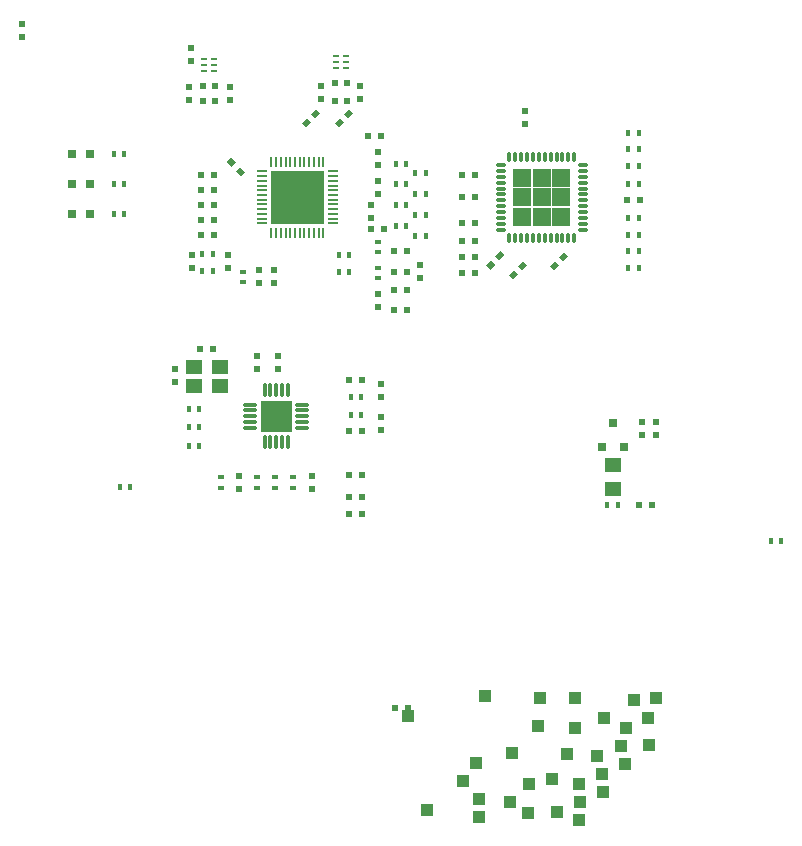
<source format=gtp>
G04 #@! TF.FileFunction,Paste,Top*
%FSLAX46Y46*%
G04 Gerber Fmt 4.6, Leading zero omitted, Abs format (unit mm)*
G04 Created by KiCad (PCBNEW 4.0.0-rc1-stable) date 05/07/2016 17:06:47*
%MOMM*%
G01*
G04 APERTURE LIST*
%ADD10C,0.100000*%
%ADD11R,0.500000X0.600000*%
%ADD12R,0.600000X0.500000*%
%ADD13R,0.800100X0.800100*%
%ADD14R,0.551180X0.248920*%
%ADD15O,0.245000X0.870000*%
%ADD16O,0.870000X0.245000*%
%ADD17R,1.500000X1.500000*%
%ADD18O,0.280000X0.900000*%
%ADD19O,0.900000X0.280000*%
%ADD20R,1.650000X1.650000*%
%ADD21R,1.399540X1.198880*%
%ADD22R,1.440180X1.150620*%
%ADD23O,1.200000X0.320000*%
%ADD24O,0.320000X1.200000*%
%ADD25R,1.320000X1.320000*%
%ADD26R,0.508000X0.558800*%
%ADD27R,0.400000X0.600000*%
%ADD28R,0.600000X0.400000*%
%ADD29R,0.797560X0.797560*%
%ADD30R,1.000000X1.000000*%
G04 APERTURE END LIST*
D10*
D11*
X50038000Y-76623000D03*
X50038000Y-75523000D03*
D12*
X54250500Y-87630000D03*
X55350500Y-87630000D03*
D13*
X73804000Y-106064760D03*
X75704000Y-106064760D03*
X74754000Y-104065780D03*
D14*
X51264820Y-73032620D03*
X51264820Y-73533000D03*
X51264820Y-74033380D03*
X52113180Y-74033380D03*
X52113180Y-73533000D03*
X52113180Y-73032620D03*
X40088820Y-73286620D03*
X40088820Y-73787000D03*
X40088820Y-74287380D03*
X40937180Y-74287380D03*
X40937180Y-73787000D03*
X40937180Y-73286620D03*
D15*
X50206000Y-81963000D03*
X49806000Y-81963000D03*
X49406000Y-81963000D03*
X49006000Y-81963000D03*
X48606000Y-81963000D03*
X48206000Y-81963000D03*
X47806000Y-81963000D03*
X47406000Y-81963000D03*
X47006000Y-81963000D03*
X46606000Y-81963000D03*
X46206000Y-81963000D03*
X45806000Y-81963000D03*
D16*
X45006000Y-82763000D03*
X45006000Y-83163000D03*
X45006000Y-83563000D03*
X45006000Y-83963000D03*
X45006000Y-84363000D03*
X45006000Y-84763000D03*
X45006000Y-85163000D03*
X45006000Y-85563000D03*
X45006000Y-85963000D03*
X45006000Y-86363000D03*
X45006000Y-86763000D03*
X45006000Y-87163000D03*
D15*
X45806000Y-87963000D03*
X46206000Y-87963000D03*
X46606000Y-87963000D03*
X47006000Y-87963000D03*
X47406000Y-87963000D03*
X47806000Y-87963000D03*
X48206000Y-87963000D03*
X48606000Y-87963000D03*
X49006000Y-87963000D03*
X49406000Y-87963000D03*
X49806000Y-87963000D03*
X50206000Y-87963000D03*
D16*
X51006000Y-87163000D03*
X51006000Y-86763000D03*
X51006000Y-86363000D03*
X51006000Y-85963000D03*
X51006000Y-85563000D03*
X51006000Y-85163000D03*
X51006000Y-84763000D03*
X51006000Y-84363000D03*
X51006000Y-83963000D03*
X51006000Y-83563000D03*
X51006000Y-83163000D03*
X51006000Y-82763000D03*
D17*
X49506000Y-83463000D03*
X49506000Y-84963000D03*
X49506000Y-86463000D03*
X48006000Y-83463000D03*
X48006000Y-84963000D03*
X48006000Y-86463000D03*
X46506000Y-83463000D03*
X46506000Y-84963000D03*
X46506000Y-86463000D03*
D18*
X65957000Y-88413000D03*
X66457000Y-88413000D03*
X66957000Y-88413000D03*
X67457000Y-88413000D03*
X67957000Y-88413000D03*
X68457000Y-88413000D03*
X68957000Y-88413000D03*
X69457000Y-88413000D03*
X69957000Y-88413000D03*
X70457000Y-88413000D03*
X70957000Y-88413000D03*
X71457000Y-88413000D03*
D19*
X72157000Y-87713000D03*
X72157000Y-87213000D03*
X72157000Y-86713000D03*
X72157000Y-86213000D03*
X72157000Y-85713000D03*
X72157000Y-85213000D03*
X72157000Y-84713000D03*
X72157000Y-84213000D03*
X72157000Y-83713000D03*
X72157000Y-83213000D03*
X72157000Y-82713000D03*
X72157000Y-82213000D03*
D18*
X71457000Y-81513000D03*
X70957000Y-81513000D03*
X70457000Y-81513000D03*
X69957000Y-81513000D03*
X69457000Y-81513000D03*
X68957000Y-81513000D03*
X68457000Y-81513000D03*
X67957000Y-81513000D03*
X67457000Y-81513000D03*
X66957000Y-81513000D03*
X66457000Y-81513000D03*
X65957000Y-81513000D03*
D19*
X65257000Y-82213000D03*
X65257000Y-82713000D03*
X65257000Y-83213000D03*
X65257000Y-83713000D03*
X65257000Y-84213000D03*
X65257000Y-84713000D03*
X65257000Y-85213000D03*
X65257000Y-85713000D03*
X65257000Y-86213000D03*
X65257000Y-86713000D03*
X65257000Y-87213000D03*
X65257000Y-87713000D03*
D20*
X67057000Y-86613000D03*
X67057000Y-84963000D03*
X67057000Y-83313000D03*
X68707000Y-86613000D03*
X68707000Y-84963000D03*
X68707000Y-83313000D03*
X70357000Y-86613000D03*
X70357000Y-84963000D03*
X70357000Y-83313000D03*
D21*
X39222680Y-100939600D03*
X41422320Y-99339400D03*
X41422320Y-100939600D03*
X39222680Y-99339400D03*
D22*
X74724000Y-109630000D03*
X74724000Y-107598000D03*
D23*
X44028000Y-102505000D03*
X44028000Y-103005000D03*
X44028000Y-103505000D03*
X44028000Y-104005000D03*
X44028000Y-104505000D03*
D24*
X45228000Y-105705000D03*
X45728000Y-105705000D03*
X46228000Y-105705000D03*
X46728000Y-105705000D03*
X47228000Y-105705000D03*
D23*
X48428000Y-104505000D03*
X48428000Y-104005000D03*
X48428000Y-103505000D03*
X48428000Y-103005000D03*
X48428000Y-102505000D03*
D24*
X47228000Y-101305000D03*
X46728000Y-101305000D03*
X46228000Y-101305000D03*
X45728000Y-101305000D03*
X45228000Y-101305000D03*
D25*
X45568000Y-102845000D03*
X46888000Y-102845000D03*
X45568000Y-104165000D03*
X46888000Y-104165000D03*
D26*
X51155600Y-75311000D03*
X52222400Y-75311000D03*
X51155600Y-76835000D03*
X52222400Y-76835000D03*
X39979600Y-75565000D03*
X41046400Y-75565000D03*
X39979600Y-76835000D03*
X41046400Y-76835000D03*
D10*
G36*
X43576818Y-82783764D02*
X43223264Y-83137318D01*
X42799000Y-82713054D01*
X43152554Y-82359500D01*
X43576818Y-82783764D01*
X43576818Y-82783764D01*
G37*
G36*
X42799000Y-82005946D02*
X42445446Y-82359500D01*
X42021182Y-81935236D01*
X42374736Y-81581682D01*
X42799000Y-82005946D01*
X42799000Y-82005946D01*
G37*
G36*
X48724736Y-79009818D02*
X48371182Y-78656264D01*
X48795446Y-78232000D01*
X49149000Y-78585554D01*
X48724736Y-79009818D01*
X48724736Y-79009818D01*
G37*
G36*
X49502554Y-78232000D02*
X49149000Y-77878446D01*
X49573264Y-77454182D01*
X49926818Y-77807736D01*
X49502554Y-78232000D01*
X49502554Y-78232000D01*
G37*
G36*
X51518736Y-79009818D02*
X51165182Y-78656264D01*
X51589446Y-78232000D01*
X51943000Y-78585554D01*
X51518736Y-79009818D01*
X51518736Y-79009818D01*
G37*
G36*
X52296554Y-78232000D02*
X51943000Y-77878446D01*
X52367264Y-77454182D01*
X52720818Y-77807736D01*
X52296554Y-78232000D01*
X52296554Y-78232000D01*
G37*
G36*
X67099264Y-90344682D02*
X67452818Y-90698236D01*
X67028554Y-91122500D01*
X66675000Y-90768946D01*
X67099264Y-90344682D01*
X67099264Y-90344682D01*
G37*
G36*
X66321446Y-91122500D02*
X66675000Y-91476054D01*
X66250736Y-91900318D01*
X65897182Y-91546764D01*
X66321446Y-91122500D01*
X66321446Y-91122500D01*
G37*
D12*
X40936000Y-88138000D03*
X39836000Y-88138000D03*
X40936000Y-86868000D03*
X39836000Y-86868000D03*
D11*
X46037500Y-91144000D03*
X46037500Y-92244000D03*
D10*
G36*
X70591764Y-89582682D02*
X70945318Y-89936236D01*
X70521054Y-90360500D01*
X70167500Y-90006946D01*
X70591764Y-89582682D01*
X70591764Y-89582682D01*
G37*
G36*
X69813946Y-90360500D02*
X70167500Y-90714054D01*
X69743236Y-91138318D01*
X69389682Y-90784764D01*
X69813946Y-90360500D01*
X69813946Y-90360500D01*
G37*
D12*
X63034000Y-83058000D03*
X61934000Y-83058000D03*
X40936000Y-85598000D03*
X39836000Y-85598000D03*
X63034000Y-84963000D03*
X61934000Y-84963000D03*
X53996500Y-79756000D03*
X55096500Y-79756000D03*
X63034000Y-87122000D03*
X61934000Y-87122000D03*
X52409000Y-104775000D03*
X53509000Y-104775000D03*
D11*
X67246500Y-78718500D03*
X67246500Y-77618500D03*
X78359000Y-105071000D03*
X78359000Y-103971000D03*
X54864000Y-81111000D03*
X54864000Y-82211000D03*
X54864000Y-83587500D03*
X54864000Y-84687500D03*
D12*
X63034000Y-88646000D03*
X61934000Y-88646000D03*
X63034000Y-90043000D03*
X61934000Y-90043000D03*
X76920000Y-110998000D03*
X78020000Y-110998000D03*
D11*
X53340000Y-76623000D03*
X53340000Y-75523000D03*
D12*
X63034000Y-91376500D03*
X61934000Y-91376500D03*
D11*
X58356500Y-90699500D03*
X58356500Y-91799500D03*
X54864000Y-93176000D03*
X54864000Y-94276000D03*
X42291000Y-76750000D03*
X42291000Y-75650000D03*
X44767500Y-91144000D03*
X44767500Y-92244000D03*
D12*
X56219000Y-94488000D03*
X57319000Y-94488000D03*
X56219000Y-92837000D03*
X57319000Y-92837000D03*
X56219000Y-91249500D03*
X57319000Y-91249500D03*
X56219000Y-89471500D03*
X57319000Y-89471500D03*
D11*
X38862000Y-76750000D03*
X38862000Y-75650000D03*
X42164000Y-90974000D03*
X42164000Y-89874000D03*
X44577000Y-99483000D03*
X44577000Y-98383000D03*
D10*
G36*
X65194264Y-89519182D02*
X65547818Y-89872736D01*
X65123554Y-90297000D01*
X64770000Y-89943446D01*
X65194264Y-89519182D01*
X65194264Y-89519182D01*
G37*
G36*
X64416446Y-90297000D02*
X64770000Y-90650554D01*
X64345736Y-91074818D01*
X63992182Y-90721264D01*
X64416446Y-90297000D01*
X64416446Y-90297000D01*
G37*
D11*
X37655500Y-99526000D03*
X37655500Y-100626000D03*
D12*
X39772500Y-97790000D03*
X40872500Y-97790000D03*
X39836000Y-83058000D03*
X40936000Y-83058000D03*
D11*
X39052500Y-90974000D03*
X39052500Y-89874000D03*
X24701500Y-71352500D03*
X24701500Y-70252500D03*
D12*
X40936000Y-84328000D03*
X39836000Y-84328000D03*
D11*
X55118000Y-101896000D03*
X55118000Y-100796000D03*
X55118000Y-103526500D03*
X55118000Y-104626500D03*
D12*
X52409000Y-108458000D03*
X53509000Y-108458000D03*
X52409000Y-111760000D03*
X53509000Y-111760000D03*
X52409000Y-100393500D03*
X53509000Y-100393500D03*
D11*
X77216000Y-105071000D03*
X77216000Y-103971000D03*
X46355000Y-99483000D03*
X46355000Y-98383000D03*
X49276000Y-108543000D03*
X49276000Y-109643000D03*
X43053000Y-109643000D03*
X43053000Y-108543000D03*
D12*
X53509000Y-110363000D03*
X52409000Y-110363000D03*
D27*
X75154000Y-111034000D03*
X74254000Y-111034000D03*
X58870000Y-82931000D03*
X57970000Y-82931000D03*
X58870000Y-84709000D03*
X57970000Y-84709000D03*
X58870000Y-86487000D03*
X57970000Y-86487000D03*
X58870000Y-88265000D03*
X57970000Y-88265000D03*
X56319000Y-87376000D03*
X57219000Y-87376000D03*
X56319000Y-85598000D03*
X57219000Y-85598000D03*
X56319000Y-83820000D03*
X57219000Y-83820000D03*
X56319000Y-82105500D03*
X57219000Y-82105500D03*
D28*
X54864000Y-89604000D03*
X54864000Y-88704000D03*
X54864000Y-91826500D03*
X54864000Y-90926500D03*
D27*
X52393000Y-89852500D03*
X51493000Y-89852500D03*
X52393000Y-91249500D03*
X51493000Y-91249500D03*
D28*
X43434000Y-92144000D03*
X43434000Y-91244000D03*
D27*
X40830500Y-89725500D03*
X39930500Y-89725500D03*
X40836000Y-91186000D03*
X39936000Y-91186000D03*
X38793000Y-106045000D03*
X39693000Y-106045000D03*
X38793000Y-104394000D03*
X39693000Y-104394000D03*
X38793000Y-102870000D03*
X39693000Y-102870000D03*
X53409000Y-101854000D03*
X52509000Y-101854000D03*
X53409000Y-103378000D03*
X52509000Y-103378000D03*
D28*
X47625000Y-109543000D03*
X47625000Y-108643000D03*
X41529000Y-108643000D03*
X41529000Y-109543000D03*
X46101000Y-109543000D03*
X46101000Y-108643000D03*
X44577000Y-109543000D03*
X44577000Y-108643000D03*
D27*
X88969000Y-114046000D03*
X88069000Y-114046000D03*
X76904000Y-90932000D03*
X76004000Y-90932000D03*
X76004000Y-79502000D03*
X76904000Y-79502000D03*
X76004000Y-80899000D03*
X76904000Y-80899000D03*
X76004000Y-82296000D03*
X76904000Y-82296000D03*
X76004000Y-83820000D03*
X76904000Y-83820000D03*
X76004000Y-86741000D03*
X76904000Y-86741000D03*
X76004000Y-88138000D03*
X76904000Y-88138000D03*
X76004000Y-89535000D03*
X76904000Y-89535000D03*
X32443000Y-83820000D03*
X33343000Y-83820000D03*
X32443000Y-81280000D03*
X33343000Y-81280000D03*
X32443000Y-86360000D03*
X33343000Y-86360000D03*
D29*
X28968700Y-83820000D03*
X30467300Y-83820000D03*
X28968700Y-81280000D03*
X30467300Y-81280000D03*
X28968700Y-86360000D03*
X30467300Y-86360000D03*
D12*
X75904000Y-85217000D03*
X77004000Y-85217000D03*
D27*
X32951000Y-109474000D03*
X33851000Y-109474000D03*
D11*
X54229000Y-85619500D03*
X54229000Y-86719500D03*
X38963600Y-73448000D03*
X38963600Y-72348000D03*
D12*
X56281000Y-128184001D03*
X57381000Y-128184001D03*
X56281000Y-128184001D03*
X57381000Y-128184001D03*
D30*
X75847024Y-129868600D03*
X67609119Y-134647600D03*
X68558644Y-127388600D03*
X63151477Y-132872100D03*
X59021477Y-136869100D03*
X68419548Y-129738600D03*
X71556643Y-129865600D03*
X71493976Y-127388600D03*
X66163601Y-131975101D03*
X70815667Y-132091600D03*
X69589405Y-134195101D03*
X62033601Y-134395101D03*
X57403601Y-128905101D03*
X67553601Y-137062100D03*
X63415619Y-135923100D03*
X63415619Y-137445101D03*
X66034405Y-136165101D03*
X71895405Y-137675101D03*
X73885405Y-135325101D03*
X75394262Y-131385101D03*
X71919595Y-136155101D03*
X73799595Y-133805101D03*
X71873095Y-134638600D03*
X73383095Y-132282100D03*
X77706095Y-129035101D03*
X78396595Y-127388600D03*
X69993095Y-136968600D03*
X73993095Y-129035101D03*
X77769595Y-131325101D03*
X75789595Y-132905101D03*
X63906400Y-127203200D03*
X76515071Y-127515600D03*
M02*

</source>
